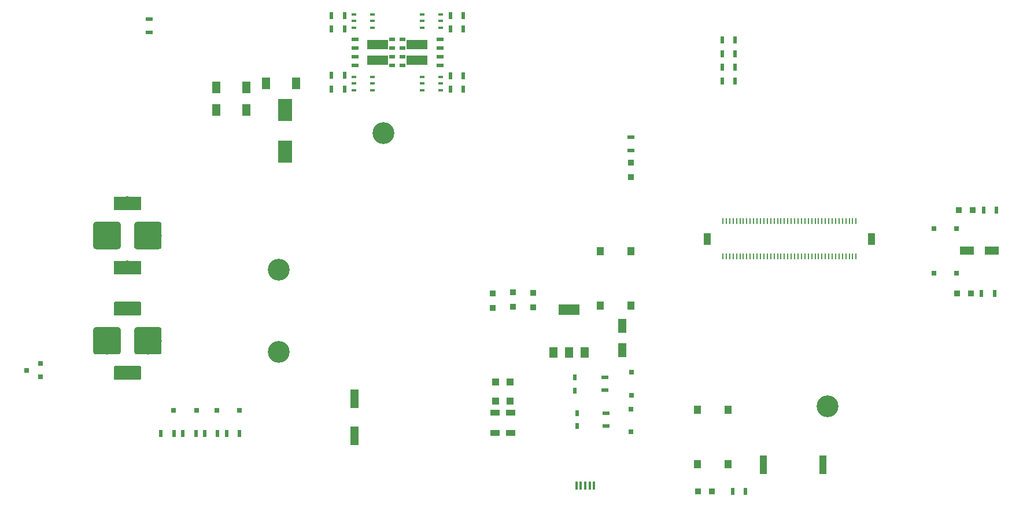
<source format=gtp>
%TF.GenerationSoftware,KiCad,Pcbnew,(2018-02-13 revision 365ab99a6)-makepkg*%
%TF.CreationDate,2018-03-19T17:21:01+01:00*%
%TF.ProjectId,Autopilot_Rev0,4175746F70696C6F745F526576302E6B,rev?*%
%TF.SameCoordinates,Original*%
%TF.FileFunction,Paste,Top*%
%TF.FilePolarity,Positive*%
%FSLAX46Y46*%
G04 Gerber Fmt 4.6, Leading zero omitted, Abs format (unit mm)*
G04 Created by KiCad (PCBNEW (2018-02-13 revision 365ab99a6)-makepkg) date 03/19/18 17:21:01*
%MOMM*%
%LPD*%
G01*
G04 APERTURE LIST*
%ADD10C,3.200200*%
%ADD11C,0.100000*%
%ADD12C,2.000000*%
%ADD13C,4.000000*%
%ADD14R,3.048000X1.320000*%
%ADD15R,0.816000X0.488000*%
%ADD16R,1.016000X0.488000*%
%ADD17R,1.120000X1.680000*%
%ADD18R,0.200000X0.920000*%
%ADD19R,1.040000X2.720000*%
%ADD20R,1.040000X0.560000*%
%ADD21R,1.200000X1.760000*%
%ADD22R,2.000000X3.200000*%
%ADD23R,0.600000X0.960000*%
%ADD24R,0.680720X0.680720*%
%ADD25R,0.959104X0.959104*%
%ADD26R,1.040000X1.040000*%
%ADD27R,1.280000X2.800000*%
%ADD28R,1.280000X2.080000*%
%ADD29R,2.080000X1.280000*%
%ADD30R,0.560000X1.040000*%
%ADD31R,0.360000X1.200000*%
%ADD32R,1.040000X1.240000*%
%ADD33R,0.720000X0.640000*%
%ADD34R,1.200000X1.600000*%
%ADD35R,3.040000X1.600000*%
%ADD36R,0.800000X0.440000*%
%ADD37R,1.440000X0.856000*%
G04 APERTURE END LIST*
D10*
%TO.C,REF\002A\002A*%
X214450000Y-137300000D03*
%TD*%
%TO.C,REF\002A\002A*%
X214450000Y-125300000D03*
%TD*%
D11*
%TO.C,U8*%
G36*
X194144603Y-114600963D02*
X194164018Y-114603843D01*
X194183057Y-114608612D01*
X194201537Y-114615224D01*
X194219279Y-114623616D01*
X194236114Y-114633706D01*
X194251879Y-114645398D01*
X194266421Y-114658579D01*
X194279602Y-114673121D01*
X194291294Y-114688886D01*
X194301384Y-114705721D01*
X194309776Y-114723463D01*
X194316388Y-114741943D01*
X194321157Y-114760982D01*
X194324037Y-114780397D01*
X194325000Y-114800000D01*
X194325000Y-116400000D01*
X194324037Y-116419603D01*
X194321157Y-116439018D01*
X194316388Y-116458057D01*
X194309776Y-116476537D01*
X194301384Y-116494279D01*
X194291294Y-116511114D01*
X194279602Y-116526879D01*
X194266421Y-116541421D01*
X194251879Y-116554602D01*
X194236114Y-116566294D01*
X194219279Y-116576384D01*
X194201537Y-116584776D01*
X194183057Y-116591388D01*
X194164018Y-116596157D01*
X194144603Y-116599037D01*
X194125000Y-116600000D01*
X190525000Y-116600000D01*
X190505397Y-116599037D01*
X190485982Y-116596157D01*
X190466943Y-116591388D01*
X190448463Y-116584776D01*
X190430721Y-116576384D01*
X190413886Y-116566294D01*
X190398121Y-116554602D01*
X190383579Y-116541421D01*
X190370398Y-116526879D01*
X190358706Y-116511114D01*
X190348616Y-116494279D01*
X190340224Y-116476537D01*
X190333612Y-116458057D01*
X190328843Y-116439018D01*
X190325963Y-116419603D01*
X190325000Y-116400000D01*
X190325000Y-114800000D01*
X190325963Y-114780397D01*
X190328843Y-114760982D01*
X190333612Y-114741943D01*
X190340224Y-114723463D01*
X190348616Y-114705721D01*
X190358706Y-114688886D01*
X190370398Y-114673121D01*
X190383579Y-114658579D01*
X190398121Y-114645398D01*
X190413886Y-114633706D01*
X190430721Y-114623616D01*
X190448463Y-114615224D01*
X190466943Y-114608612D01*
X190485982Y-114603843D01*
X190505397Y-114600963D01*
X190525000Y-114600000D01*
X194125000Y-114600000D01*
X194144603Y-114600963D01*
X194144603Y-114600963D01*
G37*
D12*
X192325000Y-115600000D03*
D11*
G36*
X194144603Y-124000963D02*
X194164018Y-124003843D01*
X194183057Y-124008612D01*
X194201537Y-124015224D01*
X194219279Y-124023616D01*
X194236114Y-124033706D01*
X194251879Y-124045398D01*
X194266421Y-124058579D01*
X194279602Y-124073121D01*
X194291294Y-124088886D01*
X194301384Y-124105721D01*
X194309776Y-124123463D01*
X194316388Y-124141943D01*
X194321157Y-124160982D01*
X194324037Y-124180397D01*
X194325000Y-124200000D01*
X194325000Y-125800000D01*
X194324037Y-125819603D01*
X194321157Y-125839018D01*
X194316388Y-125858057D01*
X194309776Y-125876537D01*
X194301384Y-125894279D01*
X194291294Y-125911114D01*
X194279602Y-125926879D01*
X194266421Y-125941421D01*
X194251879Y-125954602D01*
X194236114Y-125966294D01*
X194219279Y-125976384D01*
X194201537Y-125984776D01*
X194183057Y-125991388D01*
X194164018Y-125996157D01*
X194144603Y-125999037D01*
X194125000Y-126000000D01*
X190525000Y-126000000D01*
X190505397Y-125999037D01*
X190485982Y-125996157D01*
X190466943Y-125991388D01*
X190448463Y-125984776D01*
X190430721Y-125976384D01*
X190413886Y-125966294D01*
X190398121Y-125954602D01*
X190383579Y-125941421D01*
X190370398Y-125926879D01*
X190358706Y-125911114D01*
X190348616Y-125894279D01*
X190340224Y-125876537D01*
X190333612Y-125858057D01*
X190328843Y-125839018D01*
X190325963Y-125819603D01*
X190325000Y-125800000D01*
X190325000Y-124200000D01*
X190325963Y-124180397D01*
X190328843Y-124160982D01*
X190333612Y-124141943D01*
X190340224Y-124123463D01*
X190348616Y-124105721D01*
X190358706Y-124088886D01*
X190370398Y-124073121D01*
X190383579Y-124058579D01*
X190398121Y-124045398D01*
X190413886Y-124033706D01*
X190430721Y-124023616D01*
X190448463Y-124015224D01*
X190466943Y-124008612D01*
X190485982Y-124003843D01*
X190505397Y-124000963D01*
X190525000Y-124000000D01*
X194125000Y-124000000D01*
X194144603Y-124000963D01*
X194144603Y-124000963D01*
G37*
D12*
X192325000Y-125000000D03*
D11*
G36*
X190964207Y-118301926D02*
X191003036Y-118307686D01*
X191041114Y-118317224D01*
X191078073Y-118330448D01*
X191113559Y-118347231D01*
X191147228Y-118367412D01*
X191178757Y-118390796D01*
X191207843Y-118417157D01*
X191234204Y-118446243D01*
X191257588Y-118477772D01*
X191277769Y-118511441D01*
X191294552Y-118546927D01*
X191307776Y-118583886D01*
X191317314Y-118621964D01*
X191323074Y-118660793D01*
X191325000Y-118700000D01*
X191325000Y-121900000D01*
X191323074Y-121939207D01*
X191317314Y-121978036D01*
X191307776Y-122016114D01*
X191294552Y-122053073D01*
X191277769Y-122088559D01*
X191257588Y-122122228D01*
X191234204Y-122153757D01*
X191207843Y-122182843D01*
X191178757Y-122209204D01*
X191147228Y-122232588D01*
X191113559Y-122252769D01*
X191078073Y-122269552D01*
X191041114Y-122282776D01*
X191003036Y-122292314D01*
X190964207Y-122298074D01*
X190925000Y-122300000D01*
X187725000Y-122300000D01*
X187685793Y-122298074D01*
X187646964Y-122292314D01*
X187608886Y-122282776D01*
X187571927Y-122269552D01*
X187536441Y-122252769D01*
X187502772Y-122232588D01*
X187471243Y-122209204D01*
X187442157Y-122182843D01*
X187415796Y-122153757D01*
X187392412Y-122122228D01*
X187372231Y-122088559D01*
X187355448Y-122053073D01*
X187342224Y-122016114D01*
X187332686Y-121978036D01*
X187326926Y-121939207D01*
X187325000Y-121900000D01*
X187325000Y-118700000D01*
X187326926Y-118660793D01*
X187332686Y-118621964D01*
X187342224Y-118583886D01*
X187355448Y-118546927D01*
X187372231Y-118511441D01*
X187392412Y-118477772D01*
X187415796Y-118446243D01*
X187442157Y-118417157D01*
X187471243Y-118390796D01*
X187502772Y-118367412D01*
X187536441Y-118347231D01*
X187571927Y-118330448D01*
X187608886Y-118317224D01*
X187646964Y-118307686D01*
X187685793Y-118301926D01*
X187725000Y-118300000D01*
X190925000Y-118300000D01*
X190964207Y-118301926D01*
X190964207Y-118301926D01*
G37*
D13*
X189325000Y-120300000D03*
D11*
G36*
X196964207Y-118301926D02*
X197003036Y-118307686D01*
X197041114Y-118317224D01*
X197078073Y-118330448D01*
X197113559Y-118347231D01*
X197147228Y-118367412D01*
X197178757Y-118390796D01*
X197207843Y-118417157D01*
X197234204Y-118446243D01*
X197257588Y-118477772D01*
X197277769Y-118511441D01*
X197294552Y-118546927D01*
X197307776Y-118583886D01*
X197317314Y-118621964D01*
X197323074Y-118660793D01*
X197325000Y-118700000D01*
X197325000Y-121900000D01*
X197323074Y-121939207D01*
X197317314Y-121978036D01*
X197307776Y-122016114D01*
X197294552Y-122053073D01*
X197277769Y-122088559D01*
X197257588Y-122122228D01*
X197234204Y-122153757D01*
X197207843Y-122182843D01*
X197178757Y-122209204D01*
X197147228Y-122232588D01*
X197113559Y-122252769D01*
X197078073Y-122269552D01*
X197041114Y-122282776D01*
X197003036Y-122292314D01*
X196964207Y-122298074D01*
X196925000Y-122300000D01*
X193725000Y-122300000D01*
X193685793Y-122298074D01*
X193646964Y-122292314D01*
X193608886Y-122282776D01*
X193571927Y-122269552D01*
X193536441Y-122252769D01*
X193502772Y-122232588D01*
X193471243Y-122209204D01*
X193442157Y-122182843D01*
X193415796Y-122153757D01*
X193392412Y-122122228D01*
X193372231Y-122088559D01*
X193355448Y-122053073D01*
X193342224Y-122016114D01*
X193332686Y-121978036D01*
X193326926Y-121939207D01*
X193325000Y-121900000D01*
X193325000Y-118700000D01*
X193326926Y-118660793D01*
X193332686Y-118621964D01*
X193342224Y-118583886D01*
X193355448Y-118546927D01*
X193372231Y-118511441D01*
X193392412Y-118477772D01*
X193415796Y-118446243D01*
X193442157Y-118417157D01*
X193471243Y-118390796D01*
X193502772Y-118367412D01*
X193536441Y-118347231D01*
X193571927Y-118330448D01*
X193608886Y-118317224D01*
X193646964Y-118307686D01*
X193685793Y-118301926D01*
X193725000Y-118300000D01*
X196925000Y-118300000D01*
X196964207Y-118301926D01*
X196964207Y-118301926D01*
G37*
D13*
X195325000Y-120300000D03*
%TD*%
D11*
%TO.C,U7*%
G36*
X194144603Y-130000963D02*
X194164018Y-130003843D01*
X194183057Y-130008612D01*
X194201537Y-130015224D01*
X194219279Y-130023616D01*
X194236114Y-130033706D01*
X194251879Y-130045398D01*
X194266421Y-130058579D01*
X194279602Y-130073121D01*
X194291294Y-130088886D01*
X194301384Y-130105721D01*
X194309776Y-130123463D01*
X194316388Y-130141943D01*
X194321157Y-130160982D01*
X194324037Y-130180397D01*
X194325000Y-130200000D01*
X194325000Y-131800000D01*
X194324037Y-131819603D01*
X194321157Y-131839018D01*
X194316388Y-131858057D01*
X194309776Y-131876537D01*
X194301384Y-131894279D01*
X194291294Y-131911114D01*
X194279602Y-131926879D01*
X194266421Y-131941421D01*
X194251879Y-131954602D01*
X194236114Y-131966294D01*
X194219279Y-131976384D01*
X194201537Y-131984776D01*
X194183057Y-131991388D01*
X194164018Y-131996157D01*
X194144603Y-131999037D01*
X194125000Y-132000000D01*
X190525000Y-132000000D01*
X190505397Y-131999037D01*
X190485982Y-131996157D01*
X190466943Y-131991388D01*
X190448463Y-131984776D01*
X190430721Y-131976384D01*
X190413886Y-131966294D01*
X190398121Y-131954602D01*
X190383579Y-131941421D01*
X190370398Y-131926879D01*
X190358706Y-131911114D01*
X190348616Y-131894279D01*
X190340224Y-131876537D01*
X190333612Y-131858057D01*
X190328843Y-131839018D01*
X190325963Y-131819603D01*
X190325000Y-131800000D01*
X190325000Y-130200000D01*
X190325963Y-130180397D01*
X190328843Y-130160982D01*
X190333612Y-130141943D01*
X190340224Y-130123463D01*
X190348616Y-130105721D01*
X190358706Y-130088886D01*
X190370398Y-130073121D01*
X190383579Y-130058579D01*
X190398121Y-130045398D01*
X190413886Y-130033706D01*
X190430721Y-130023616D01*
X190448463Y-130015224D01*
X190466943Y-130008612D01*
X190485982Y-130003843D01*
X190505397Y-130000963D01*
X190525000Y-130000000D01*
X194125000Y-130000000D01*
X194144603Y-130000963D01*
X194144603Y-130000963D01*
G37*
D12*
X192325000Y-131000000D03*
D11*
G36*
X194144603Y-139400963D02*
X194164018Y-139403843D01*
X194183057Y-139408612D01*
X194201537Y-139415224D01*
X194219279Y-139423616D01*
X194236114Y-139433706D01*
X194251879Y-139445398D01*
X194266421Y-139458579D01*
X194279602Y-139473121D01*
X194291294Y-139488886D01*
X194301384Y-139505721D01*
X194309776Y-139523463D01*
X194316388Y-139541943D01*
X194321157Y-139560982D01*
X194324037Y-139580397D01*
X194325000Y-139600000D01*
X194325000Y-141200000D01*
X194324037Y-141219603D01*
X194321157Y-141239018D01*
X194316388Y-141258057D01*
X194309776Y-141276537D01*
X194301384Y-141294279D01*
X194291294Y-141311114D01*
X194279602Y-141326879D01*
X194266421Y-141341421D01*
X194251879Y-141354602D01*
X194236114Y-141366294D01*
X194219279Y-141376384D01*
X194201537Y-141384776D01*
X194183057Y-141391388D01*
X194164018Y-141396157D01*
X194144603Y-141399037D01*
X194125000Y-141400000D01*
X190525000Y-141400000D01*
X190505397Y-141399037D01*
X190485982Y-141396157D01*
X190466943Y-141391388D01*
X190448463Y-141384776D01*
X190430721Y-141376384D01*
X190413886Y-141366294D01*
X190398121Y-141354602D01*
X190383579Y-141341421D01*
X190370398Y-141326879D01*
X190358706Y-141311114D01*
X190348616Y-141294279D01*
X190340224Y-141276537D01*
X190333612Y-141258057D01*
X190328843Y-141239018D01*
X190325963Y-141219603D01*
X190325000Y-141200000D01*
X190325000Y-139600000D01*
X190325963Y-139580397D01*
X190328843Y-139560982D01*
X190333612Y-139541943D01*
X190340224Y-139523463D01*
X190348616Y-139505721D01*
X190358706Y-139488886D01*
X190370398Y-139473121D01*
X190383579Y-139458579D01*
X190398121Y-139445398D01*
X190413886Y-139433706D01*
X190430721Y-139423616D01*
X190448463Y-139415224D01*
X190466943Y-139408612D01*
X190485982Y-139403843D01*
X190505397Y-139400963D01*
X190525000Y-139400000D01*
X194125000Y-139400000D01*
X194144603Y-139400963D01*
X194144603Y-139400963D01*
G37*
D12*
X192325000Y-140400000D03*
D11*
G36*
X190964207Y-133701926D02*
X191003036Y-133707686D01*
X191041114Y-133717224D01*
X191078073Y-133730448D01*
X191113559Y-133747231D01*
X191147228Y-133767412D01*
X191178757Y-133790796D01*
X191207843Y-133817157D01*
X191234204Y-133846243D01*
X191257588Y-133877772D01*
X191277769Y-133911441D01*
X191294552Y-133946927D01*
X191307776Y-133983886D01*
X191317314Y-134021964D01*
X191323074Y-134060793D01*
X191325000Y-134100000D01*
X191325000Y-137300000D01*
X191323074Y-137339207D01*
X191317314Y-137378036D01*
X191307776Y-137416114D01*
X191294552Y-137453073D01*
X191277769Y-137488559D01*
X191257588Y-137522228D01*
X191234204Y-137553757D01*
X191207843Y-137582843D01*
X191178757Y-137609204D01*
X191147228Y-137632588D01*
X191113559Y-137652769D01*
X191078073Y-137669552D01*
X191041114Y-137682776D01*
X191003036Y-137692314D01*
X190964207Y-137698074D01*
X190925000Y-137700000D01*
X187725000Y-137700000D01*
X187685793Y-137698074D01*
X187646964Y-137692314D01*
X187608886Y-137682776D01*
X187571927Y-137669552D01*
X187536441Y-137652769D01*
X187502772Y-137632588D01*
X187471243Y-137609204D01*
X187442157Y-137582843D01*
X187415796Y-137553757D01*
X187392412Y-137522228D01*
X187372231Y-137488559D01*
X187355448Y-137453073D01*
X187342224Y-137416114D01*
X187332686Y-137378036D01*
X187326926Y-137339207D01*
X187325000Y-137300000D01*
X187325000Y-134100000D01*
X187326926Y-134060793D01*
X187332686Y-134021964D01*
X187342224Y-133983886D01*
X187355448Y-133946927D01*
X187372231Y-133911441D01*
X187392412Y-133877772D01*
X187415796Y-133846243D01*
X187442157Y-133817157D01*
X187471243Y-133790796D01*
X187502772Y-133767412D01*
X187536441Y-133747231D01*
X187571927Y-133730448D01*
X187608886Y-133717224D01*
X187646964Y-133707686D01*
X187685793Y-133701926D01*
X187725000Y-133700000D01*
X190925000Y-133700000D01*
X190964207Y-133701926D01*
X190964207Y-133701926D01*
G37*
D13*
X189325000Y-135700000D03*
D11*
G36*
X196964207Y-133701926D02*
X197003036Y-133707686D01*
X197041114Y-133717224D01*
X197078073Y-133730448D01*
X197113559Y-133747231D01*
X197147228Y-133767412D01*
X197178757Y-133790796D01*
X197207843Y-133817157D01*
X197234204Y-133846243D01*
X197257588Y-133877772D01*
X197277769Y-133911441D01*
X197294552Y-133946927D01*
X197307776Y-133983886D01*
X197317314Y-134021964D01*
X197323074Y-134060793D01*
X197325000Y-134100000D01*
X197325000Y-137300000D01*
X197323074Y-137339207D01*
X197317314Y-137378036D01*
X197307776Y-137416114D01*
X197294552Y-137453073D01*
X197277769Y-137488559D01*
X197257588Y-137522228D01*
X197234204Y-137553757D01*
X197207843Y-137582843D01*
X197178757Y-137609204D01*
X197147228Y-137632588D01*
X197113559Y-137652769D01*
X197078073Y-137669552D01*
X197041114Y-137682776D01*
X197003036Y-137692314D01*
X196964207Y-137698074D01*
X196925000Y-137700000D01*
X193725000Y-137700000D01*
X193685793Y-137698074D01*
X193646964Y-137692314D01*
X193608886Y-137682776D01*
X193571927Y-137669552D01*
X193536441Y-137652769D01*
X193502772Y-137632588D01*
X193471243Y-137609204D01*
X193442157Y-137582843D01*
X193415796Y-137553757D01*
X193392412Y-137522228D01*
X193372231Y-137488559D01*
X193355448Y-137453073D01*
X193342224Y-137416114D01*
X193332686Y-137378036D01*
X193326926Y-137339207D01*
X193325000Y-137300000D01*
X193325000Y-134100000D01*
X193326926Y-134060793D01*
X193332686Y-134021964D01*
X193342224Y-133983886D01*
X193355448Y-133946927D01*
X193372231Y-133911441D01*
X193392412Y-133877772D01*
X193415796Y-133846243D01*
X193442157Y-133817157D01*
X193471243Y-133790796D01*
X193502772Y-133767412D01*
X193536441Y-133747231D01*
X193571927Y-133730448D01*
X193608886Y-133717224D01*
X193646964Y-133707686D01*
X193685793Y-133701926D01*
X193725000Y-133700000D01*
X196925000Y-133700000D01*
X196964207Y-133701926D01*
X196964207Y-133701926D01*
G37*
D13*
X195325000Y-135700000D03*
%TD*%
D14*
%TO.C,Q3*%
X234710000Y-92370000D03*
X234710000Y-94630000D03*
D15*
X232605000Y-95405000D03*
X232605000Y-94135000D03*
X232605000Y-92865000D03*
X232605000Y-91595000D03*
D16*
X238070000Y-91595000D03*
X238070000Y-92865000D03*
X238070000Y-94135000D03*
X238070000Y-95405000D03*
%TD*%
D17*
%TO.C,U1*%
X301250832Y-120799720D03*
X277250832Y-120800000D03*
D18*
X279501664Y-118225000D03*
X279501664Y-123374720D03*
X280001664Y-118225000D03*
X280501664Y-118225000D03*
X281001664Y-118225000D03*
X281501664Y-118225000D03*
X282001664Y-118225000D03*
X282501664Y-118225000D03*
X283001664Y-118225000D03*
X283501664Y-118225000D03*
X284001664Y-118225000D03*
X284501664Y-118225000D03*
X285001664Y-118225000D03*
X285501664Y-118225000D03*
X286001664Y-118225000D03*
X286501664Y-118225000D03*
X287001664Y-118225000D03*
X287501664Y-118225000D03*
X288001664Y-118225000D03*
X288501664Y-118225000D03*
X289001664Y-118225000D03*
X289501664Y-118225000D03*
X290001664Y-118225000D03*
X290501664Y-118225000D03*
X291001664Y-118225000D03*
X291501664Y-118225000D03*
X292001664Y-118225000D03*
X292501664Y-118225000D03*
X293001664Y-118225000D03*
X293501664Y-118225000D03*
X294001664Y-118225000D03*
X294501664Y-118225000D03*
X295001664Y-118225000D03*
X295501664Y-118225000D03*
X296001664Y-118225000D03*
X296501664Y-118225000D03*
X297001664Y-118225000D03*
X297501664Y-118225000D03*
X298001664Y-118225000D03*
X298501664Y-118225000D03*
X299001664Y-118225000D03*
X280001664Y-123374720D03*
X280501664Y-123374720D03*
X281001664Y-123374720D03*
X281501664Y-123374720D03*
X282001664Y-123374720D03*
X282501664Y-123374720D03*
X283001664Y-123374720D03*
X283501664Y-123374720D03*
X284001664Y-123374720D03*
X284501664Y-123374720D03*
X285001664Y-123374720D03*
X285501664Y-123374720D03*
X286001664Y-123374720D03*
X286501664Y-123374720D03*
X287001664Y-123374720D03*
X287501664Y-123374720D03*
X288001664Y-123374720D03*
X288501664Y-123374720D03*
X289001664Y-123374720D03*
X289501664Y-123374720D03*
X290001664Y-123374720D03*
X290501664Y-123374720D03*
X291001664Y-123374720D03*
X291501664Y-123374720D03*
X292001664Y-123374720D03*
X292501664Y-123374720D03*
X293001664Y-123374720D03*
X293501664Y-123374720D03*
X294001664Y-123374720D03*
X294501664Y-123374720D03*
X295001664Y-123374720D03*
X295501664Y-123374720D03*
X296001664Y-123374720D03*
X296501664Y-123374720D03*
X297001664Y-123374720D03*
X297501664Y-123374720D03*
X298001664Y-123374720D03*
X298501664Y-123374720D03*
X299001664Y-123374720D03*
%TD*%
D19*
%TO.C,BZ1*%
X294150000Y-153800000D03*
X285450000Y-153800000D03*
%TD*%
D20*
%TO.C,R22*%
X195475000Y-90550000D03*
X195475000Y-88650000D03*
%TD*%
D21*
%TO.C,D12*%
X205350000Y-98625000D03*
X209750000Y-98625000D03*
%TD*%
%TO.C,D10*%
X209750000Y-101925000D03*
X205350000Y-101925000D03*
%TD*%
%TO.C,D9*%
X212650000Y-98050000D03*
X217050000Y-98050000D03*
%TD*%
D22*
%TO.C,C9*%
X215400000Y-108050000D03*
X215400000Y-101950000D03*
%TD*%
D23*
%TO.C,C3*%
X258160000Y-146275000D03*
X258160000Y-148175000D03*
%TD*%
%TO.C,C4*%
X257790000Y-141085000D03*
X257790000Y-142985000D03*
%TD*%
D24*
%TO.C,D4*%
X205408276Y-145893605D03*
X208755996Y-145893605D03*
%TD*%
%TO.C,D3*%
X202448860Y-145900000D03*
X199101140Y-145900000D03*
%TD*%
D25*
%TO.C,LD5*%
X251766819Y-128690998D03*
X251766819Y-130789038D03*
%TD*%
D24*
%TO.C,D2*%
X266090000Y-140301140D03*
X266090000Y-143648860D03*
%TD*%
%TO.C,D1*%
X266070000Y-149038860D03*
X266070000Y-145691140D03*
%TD*%
D25*
%TO.C,LD4*%
X248766819Y-130739038D03*
X248766819Y-128640998D03*
%TD*%
%TO.C,LD3*%
X245766819Y-128790998D03*
X245766819Y-130889038D03*
%TD*%
%TO.C,LD2*%
X266000000Y-111749020D03*
X266000000Y-109650980D03*
%TD*%
D26*
%TO.C,D7*%
X248325000Y-144550000D03*
X248325000Y-141750000D03*
%TD*%
%TO.C,D6*%
X246225000Y-141750000D03*
X246225000Y-144550000D03*
%TD*%
D27*
%TO.C,C8*%
X225600000Y-149600000D03*
X225600000Y-144200000D03*
%TD*%
D28*
%TO.C,C7*%
X264800000Y-137100000D03*
X264800000Y-133500000D03*
%TD*%
D29*
%TO.C,C5*%
X318850000Y-122550000D03*
X315250000Y-122550000D03*
%TD*%
D30*
%TO.C,R11*%
X208732136Y-149293605D03*
X206832136Y-149293605D03*
%TD*%
%TO.C,R13*%
X203632136Y-149293605D03*
X205532136Y-149293605D03*
%TD*%
D10*
%TO.C,REF\002A\002A*%
X229800000Y-105300000D03*
%TD*%
%TO.C,REF\002A\002A*%
X294800000Y-145300000D03*
%TD*%
D30*
%TO.C,R3*%
X281275000Y-91700000D03*
X279375000Y-91700000D03*
%TD*%
%TO.C,R1*%
X279375000Y-97700000D03*
X281275000Y-97700000D03*
%TD*%
D20*
%TO.C,R7*%
X262190000Y-142925000D03*
X262190000Y-141025000D03*
%TD*%
D30*
%TO.C,R10*%
X202325000Y-149300000D03*
X200425000Y-149300000D03*
%TD*%
D31*
%TO.C,J24*%
X260650000Y-156850000D03*
X258050000Y-156850000D03*
X260000000Y-156850000D03*
X258700000Y-156850000D03*
X259350000Y-156850000D03*
%TD*%
D30*
%TO.C,R2*%
X281275000Y-93700000D03*
X279375000Y-93700000D03*
%TD*%
%TO.C,R4*%
X279375000Y-95700000D03*
X281275000Y-95700000D03*
%TD*%
D20*
%TO.C,R5*%
X266000000Y-105950000D03*
X266000000Y-107850000D03*
%TD*%
%TO.C,R6*%
X262420000Y-146275000D03*
X262420000Y-148175000D03*
%TD*%
D30*
%TO.C,R9*%
X282820000Y-157730000D03*
X280920000Y-157730000D03*
%TD*%
%TO.C,R12*%
X197225000Y-149300000D03*
X199125000Y-149300000D03*
%TD*%
D32*
%TO.C,SW1*%
X275800000Y-145825000D03*
X275800000Y-153775000D03*
X280300000Y-145825000D03*
X280300000Y-153775000D03*
%TD*%
%TO.C,SW2*%
X266050000Y-130525000D03*
X266050000Y-122575000D03*
X261550000Y-130525000D03*
X261550000Y-122575000D03*
%TD*%
D33*
%TO.C,Q1*%
X177590000Y-140000000D03*
X179590000Y-139050000D03*
X179590000Y-140950000D03*
%TD*%
D25*
%TO.C,LD1*%
X275820980Y-157730000D03*
X277919020Y-157730000D03*
%TD*%
D34*
%TO.C,U9*%
X254650000Y-137425000D03*
X259250000Y-137425000D03*
X256950000Y-137425000D03*
D35*
X256950000Y-131125000D03*
%TD*%
D24*
%TO.C,D16*%
X313723860Y-125800000D03*
X310376140Y-125800000D03*
%TD*%
%TO.C,D17*%
X310376140Y-119300000D03*
X313723860Y-119300000D03*
%TD*%
D25*
%TO.C,LD6*%
X313750980Y-128800000D03*
X315849020Y-128800000D03*
%TD*%
%TO.C,LD7*%
X316099020Y-116550000D03*
X314000980Y-116550000D03*
%TD*%
D30*
%TO.C,R23*%
X317350000Y-128800000D03*
X319250000Y-128800000D03*
%TD*%
%TO.C,R24*%
X319550000Y-116550000D03*
X317650000Y-116550000D03*
%TD*%
D36*
%TO.C,Q2*%
X238200000Y-97125000D03*
X238200000Y-98075000D03*
X238200000Y-99025000D03*
X235500000Y-97125000D03*
X235500000Y-98075000D03*
X235500000Y-99025000D03*
%TD*%
%TO.C,Q4*%
X235500000Y-89875000D03*
X235500000Y-88925000D03*
X235500000Y-87975000D03*
X238200000Y-89875000D03*
X238200000Y-88925000D03*
X238200000Y-87975000D03*
%TD*%
%TO.C,Q5*%
X225497058Y-89871253D03*
X225497058Y-88921253D03*
X225497058Y-87971253D03*
X228197058Y-89871253D03*
X228197058Y-88921253D03*
X228197058Y-87971253D03*
%TD*%
D16*
%TO.C,Q6*%
X225627058Y-91591253D03*
X225627058Y-92861253D03*
X225627058Y-94131253D03*
X225627058Y-95401253D03*
D15*
X231092058Y-95401253D03*
X231092058Y-94131253D03*
X231092058Y-92861253D03*
X231092058Y-91591253D03*
D14*
X228987058Y-92366253D03*
X228987058Y-94626253D03*
%TD*%
D36*
%TO.C,Q7*%
X228197058Y-97121253D03*
X228197058Y-98071253D03*
X228197058Y-99021253D03*
X225497058Y-97121253D03*
X225497058Y-98071253D03*
X225497058Y-99021253D03*
%TD*%
D30*
%TO.C,R17*%
X241500000Y-98900000D03*
X239600000Y-98900000D03*
%TD*%
%TO.C,R18*%
X239600000Y-96900000D03*
X241500000Y-96900000D03*
%TD*%
%TO.C,R25*%
X241500000Y-90100000D03*
X239600000Y-90100000D03*
%TD*%
%TO.C,R26*%
X239600000Y-88100000D03*
X241500000Y-88100000D03*
%TD*%
%TO.C,R27*%
X222199558Y-88096254D03*
X224099558Y-88096254D03*
%TD*%
%TO.C,R28*%
X224097058Y-90096253D03*
X222197058Y-90096253D03*
%TD*%
%TO.C,R29*%
X222197058Y-96896253D03*
X224097058Y-96896253D03*
%TD*%
%TO.C,R30*%
X224097058Y-98896253D03*
X222197058Y-98896253D03*
%TD*%
D37*
%TO.C,F7*%
X246125000Y-146195000D03*
X246125000Y-149205000D03*
%TD*%
%TO.C,F8*%
X248425000Y-149205000D03*
X248425000Y-146195000D03*
%TD*%
M02*

</source>
